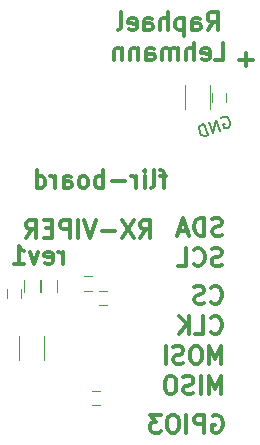
<source format=gbo>
G04 #@! TF.FileFunction,Legend,Bot*
%FSLAX46Y46*%
G04 Gerber Fmt 4.6, Leading zero omitted, Abs format (unit mm)*
G04 Created by KiCad (PCBNEW 4.0.6) date Thu Nov 16 07:28:37 2017*
%MOMM*%
%LPD*%
G01*
G04 APERTURE LIST*
%ADD10C,0.100000*%
%ADD11C,0.200000*%
%ADD12C,0.300000*%
%ADD13C,0.120000*%
G04 APERTURE END LIST*
D10*
D11*
X166744945Y-90369567D02*
X166818153Y-90292247D01*
X166952395Y-90243387D01*
X167102924Y-90239274D01*
X167224992Y-90296195D01*
X167302313Y-90369402D01*
X167412206Y-90532105D01*
X167461067Y-90666347D01*
X167481466Y-90861623D01*
X167469292Y-90967404D01*
X167412371Y-91089472D01*
X167294415Y-91183079D01*
X167204921Y-91215653D01*
X167054392Y-91219765D01*
X166993358Y-91191305D01*
X166879352Y-90878074D01*
X167058341Y-90812928D01*
X166623207Y-91427379D02*
X166281187Y-90487687D01*
X166086239Y-91622819D01*
X165744219Y-90683127D01*
X165638767Y-91785686D02*
X165296747Y-90845993D01*
X165073011Y-90927427D01*
X164955055Y-91021034D01*
X164898134Y-91143102D01*
X164885960Y-91248883D01*
X164906359Y-91444159D01*
X164955219Y-91578401D01*
X165065113Y-91741103D01*
X165142434Y-91814311D01*
X165264502Y-91871232D01*
X165415031Y-91867119D01*
X165638767Y-91785686D01*
D12*
X169400000Y-85407143D02*
X168257143Y-85407143D01*
X168828572Y-85978571D02*
X168828572Y-84835714D01*
X165585714Y-82903571D02*
X166085714Y-82189286D01*
X166442857Y-82903571D02*
X166442857Y-81403571D01*
X165871429Y-81403571D01*
X165728571Y-81475000D01*
X165657143Y-81546429D01*
X165585714Y-81689286D01*
X165585714Y-81903571D01*
X165657143Y-82046429D01*
X165728571Y-82117857D01*
X165871429Y-82189286D01*
X166442857Y-82189286D01*
X164300000Y-82903571D02*
X164300000Y-82117857D01*
X164371429Y-81975000D01*
X164514286Y-81903571D01*
X164800000Y-81903571D01*
X164942857Y-81975000D01*
X164300000Y-82832143D02*
X164442857Y-82903571D01*
X164800000Y-82903571D01*
X164942857Y-82832143D01*
X165014286Y-82689286D01*
X165014286Y-82546429D01*
X164942857Y-82403571D01*
X164800000Y-82332143D01*
X164442857Y-82332143D01*
X164300000Y-82260714D01*
X163585714Y-81903571D02*
X163585714Y-83403571D01*
X163585714Y-81975000D02*
X163442857Y-81903571D01*
X163157143Y-81903571D01*
X163014286Y-81975000D01*
X162942857Y-82046429D01*
X162871428Y-82189286D01*
X162871428Y-82617857D01*
X162942857Y-82760714D01*
X163014286Y-82832143D01*
X163157143Y-82903571D01*
X163442857Y-82903571D01*
X163585714Y-82832143D01*
X162228571Y-82903571D02*
X162228571Y-81403571D01*
X161585714Y-82903571D02*
X161585714Y-82117857D01*
X161657143Y-81975000D01*
X161800000Y-81903571D01*
X162014285Y-81903571D01*
X162157143Y-81975000D01*
X162228571Y-82046429D01*
X160228571Y-82903571D02*
X160228571Y-82117857D01*
X160300000Y-81975000D01*
X160442857Y-81903571D01*
X160728571Y-81903571D01*
X160871428Y-81975000D01*
X160228571Y-82832143D02*
X160371428Y-82903571D01*
X160728571Y-82903571D01*
X160871428Y-82832143D01*
X160942857Y-82689286D01*
X160942857Y-82546429D01*
X160871428Y-82403571D01*
X160728571Y-82332143D01*
X160371428Y-82332143D01*
X160228571Y-82260714D01*
X158942857Y-82832143D02*
X159085714Y-82903571D01*
X159371428Y-82903571D01*
X159514285Y-82832143D01*
X159585714Y-82689286D01*
X159585714Y-82117857D01*
X159514285Y-81975000D01*
X159371428Y-81903571D01*
X159085714Y-81903571D01*
X158942857Y-81975000D01*
X158871428Y-82117857D01*
X158871428Y-82260714D01*
X159585714Y-82403571D01*
X158014285Y-82903571D02*
X158157143Y-82832143D01*
X158228571Y-82689286D01*
X158228571Y-81403571D01*
X166192857Y-85453571D02*
X166907143Y-85453571D01*
X166907143Y-83953571D01*
X165121429Y-85382143D02*
X165264286Y-85453571D01*
X165550000Y-85453571D01*
X165692857Y-85382143D01*
X165764286Y-85239286D01*
X165764286Y-84667857D01*
X165692857Y-84525000D01*
X165550000Y-84453571D01*
X165264286Y-84453571D01*
X165121429Y-84525000D01*
X165050000Y-84667857D01*
X165050000Y-84810714D01*
X165764286Y-84953571D01*
X164407143Y-85453571D02*
X164407143Y-83953571D01*
X163764286Y-85453571D02*
X163764286Y-84667857D01*
X163835715Y-84525000D01*
X163978572Y-84453571D01*
X164192857Y-84453571D01*
X164335715Y-84525000D01*
X164407143Y-84596429D01*
X163050000Y-85453571D02*
X163050000Y-84453571D01*
X163050000Y-84596429D02*
X162978572Y-84525000D01*
X162835714Y-84453571D01*
X162621429Y-84453571D01*
X162478572Y-84525000D01*
X162407143Y-84667857D01*
X162407143Y-85453571D01*
X162407143Y-84667857D02*
X162335714Y-84525000D01*
X162192857Y-84453571D01*
X161978572Y-84453571D01*
X161835714Y-84525000D01*
X161764286Y-84667857D01*
X161764286Y-85453571D01*
X160407143Y-85453571D02*
X160407143Y-84667857D01*
X160478572Y-84525000D01*
X160621429Y-84453571D01*
X160907143Y-84453571D01*
X161050000Y-84525000D01*
X160407143Y-85382143D02*
X160550000Y-85453571D01*
X160907143Y-85453571D01*
X161050000Y-85382143D01*
X161121429Y-85239286D01*
X161121429Y-85096429D01*
X161050000Y-84953571D01*
X160907143Y-84882143D01*
X160550000Y-84882143D01*
X160407143Y-84810714D01*
X159692857Y-84453571D02*
X159692857Y-85453571D01*
X159692857Y-84596429D02*
X159621429Y-84525000D01*
X159478571Y-84453571D01*
X159264286Y-84453571D01*
X159121429Y-84525000D01*
X159050000Y-84667857D01*
X159050000Y-85453571D01*
X158335714Y-84453571D02*
X158335714Y-85453571D01*
X158335714Y-84596429D02*
X158264286Y-84525000D01*
X158121428Y-84453571D01*
X157907143Y-84453571D01*
X157764286Y-84525000D01*
X157692857Y-84667857D01*
X157692857Y-85453571D01*
X153335713Y-102678571D02*
X153335713Y-101678571D01*
X153335713Y-101964286D02*
X153264285Y-101821429D01*
X153192856Y-101750000D01*
X153049999Y-101678571D01*
X152907142Y-101678571D01*
X151835714Y-102607143D02*
X151978571Y-102678571D01*
X152264285Y-102678571D01*
X152407142Y-102607143D01*
X152478571Y-102464286D01*
X152478571Y-101892857D01*
X152407142Y-101750000D01*
X152264285Y-101678571D01*
X151978571Y-101678571D01*
X151835714Y-101750000D01*
X151764285Y-101892857D01*
X151764285Y-102035714D01*
X152478571Y-102178571D01*
X151264285Y-101678571D02*
X150907142Y-102678571D01*
X150550000Y-101678571D01*
X149192857Y-102678571D02*
X150050000Y-102678571D01*
X149621428Y-102678571D02*
X149621428Y-101178571D01*
X149764285Y-101392857D01*
X149907143Y-101535714D01*
X150050000Y-101607143D01*
X159857142Y-100478571D02*
X160357142Y-99764286D01*
X160714285Y-100478571D02*
X160714285Y-98978571D01*
X160142857Y-98978571D01*
X159999999Y-99050000D01*
X159928571Y-99121429D01*
X159857142Y-99264286D01*
X159857142Y-99478571D01*
X159928571Y-99621429D01*
X159999999Y-99692857D01*
X160142857Y-99764286D01*
X160714285Y-99764286D01*
X159357142Y-98978571D02*
X158357142Y-100478571D01*
X158357142Y-98978571D02*
X159357142Y-100478571D01*
X157785714Y-99907143D02*
X156642857Y-99907143D01*
X156142857Y-98978571D02*
X155642857Y-100478571D01*
X155142857Y-98978571D01*
X154642857Y-100478571D02*
X154642857Y-98978571D01*
X153928571Y-100478571D02*
X153928571Y-98978571D01*
X153357143Y-98978571D01*
X153214285Y-99050000D01*
X153142857Y-99121429D01*
X153071428Y-99264286D01*
X153071428Y-99478571D01*
X153142857Y-99621429D01*
X153214285Y-99692857D01*
X153357143Y-99764286D01*
X153928571Y-99764286D01*
X152428571Y-99692857D02*
X151928571Y-99692857D01*
X151714285Y-100478571D02*
X152428571Y-100478571D01*
X152428571Y-98978571D01*
X151714285Y-98978571D01*
X150214285Y-100478571D02*
X150714285Y-99764286D01*
X151071428Y-100478571D02*
X151071428Y-98978571D01*
X150500000Y-98978571D01*
X150357142Y-99050000D01*
X150285714Y-99121429D01*
X150214285Y-99264286D01*
X150214285Y-99478571D01*
X150285714Y-99621429D01*
X150357142Y-99692857D01*
X150500000Y-99764286D01*
X151071428Y-99764286D01*
X162107143Y-95278571D02*
X161535714Y-95278571D01*
X161892857Y-96278571D02*
X161892857Y-94992857D01*
X161821429Y-94850000D01*
X161678571Y-94778571D01*
X161535714Y-94778571D01*
X160821428Y-96278571D02*
X160964286Y-96207143D01*
X161035714Y-96064286D01*
X161035714Y-94778571D01*
X160250000Y-96278571D02*
X160250000Y-95278571D01*
X160250000Y-94778571D02*
X160321429Y-94850000D01*
X160250000Y-94921429D01*
X160178572Y-94850000D01*
X160250000Y-94778571D01*
X160250000Y-94921429D01*
X159535714Y-96278571D02*
X159535714Y-95278571D01*
X159535714Y-95564286D02*
X159464286Y-95421429D01*
X159392857Y-95350000D01*
X159250000Y-95278571D01*
X159107143Y-95278571D01*
X158607143Y-95707143D02*
X157464286Y-95707143D01*
X156750000Y-96278571D02*
X156750000Y-94778571D01*
X156750000Y-95350000D02*
X156607143Y-95278571D01*
X156321429Y-95278571D01*
X156178572Y-95350000D01*
X156107143Y-95421429D01*
X156035714Y-95564286D01*
X156035714Y-95992857D01*
X156107143Y-96135714D01*
X156178572Y-96207143D01*
X156321429Y-96278571D01*
X156607143Y-96278571D01*
X156750000Y-96207143D01*
X155178571Y-96278571D02*
X155321429Y-96207143D01*
X155392857Y-96135714D01*
X155464286Y-95992857D01*
X155464286Y-95564286D01*
X155392857Y-95421429D01*
X155321429Y-95350000D01*
X155178571Y-95278571D01*
X154964286Y-95278571D01*
X154821429Y-95350000D01*
X154750000Y-95421429D01*
X154678571Y-95564286D01*
X154678571Y-95992857D01*
X154750000Y-96135714D01*
X154821429Y-96207143D01*
X154964286Y-96278571D01*
X155178571Y-96278571D01*
X153392857Y-96278571D02*
X153392857Y-95492857D01*
X153464286Y-95350000D01*
X153607143Y-95278571D01*
X153892857Y-95278571D01*
X154035714Y-95350000D01*
X153392857Y-96207143D02*
X153535714Y-96278571D01*
X153892857Y-96278571D01*
X154035714Y-96207143D01*
X154107143Y-96064286D01*
X154107143Y-95921429D01*
X154035714Y-95778571D01*
X153892857Y-95707143D01*
X153535714Y-95707143D01*
X153392857Y-95635714D01*
X152678571Y-96278571D02*
X152678571Y-95278571D01*
X152678571Y-95564286D02*
X152607143Y-95421429D01*
X152535714Y-95350000D01*
X152392857Y-95278571D01*
X152250000Y-95278571D01*
X151107143Y-96278571D02*
X151107143Y-94778571D01*
X151107143Y-96207143D02*
X151250000Y-96278571D01*
X151535714Y-96278571D01*
X151678572Y-96207143D01*
X151750000Y-96135714D01*
X151821429Y-95992857D01*
X151821429Y-95564286D01*
X151750000Y-95421429D01*
X151678572Y-95350000D01*
X151535714Y-95278571D01*
X151250000Y-95278571D01*
X151107143Y-95350000D01*
X166014286Y-115550000D02*
X166157143Y-115478571D01*
X166371429Y-115478571D01*
X166585714Y-115550000D01*
X166728572Y-115692857D01*
X166800000Y-115835714D01*
X166871429Y-116121429D01*
X166871429Y-116335714D01*
X166800000Y-116621429D01*
X166728572Y-116764286D01*
X166585714Y-116907143D01*
X166371429Y-116978571D01*
X166228572Y-116978571D01*
X166014286Y-116907143D01*
X165942857Y-116835714D01*
X165942857Y-116335714D01*
X166228572Y-116335714D01*
X165300000Y-116978571D02*
X165300000Y-115478571D01*
X164728572Y-115478571D01*
X164585714Y-115550000D01*
X164514286Y-115621429D01*
X164442857Y-115764286D01*
X164442857Y-115978571D01*
X164514286Y-116121429D01*
X164585714Y-116192857D01*
X164728572Y-116264286D01*
X165300000Y-116264286D01*
X163800000Y-116978571D02*
X163800000Y-115478571D01*
X162800000Y-115478571D02*
X162514286Y-115478571D01*
X162371428Y-115550000D01*
X162228571Y-115692857D01*
X162157143Y-115978571D01*
X162157143Y-116478571D01*
X162228571Y-116764286D01*
X162371428Y-116907143D01*
X162514286Y-116978571D01*
X162800000Y-116978571D01*
X162942857Y-116907143D01*
X163085714Y-116764286D01*
X163157143Y-116478571D01*
X163157143Y-115978571D01*
X163085714Y-115692857D01*
X162942857Y-115550000D01*
X162800000Y-115478571D01*
X161657142Y-115478571D02*
X160728571Y-115478571D01*
X161228571Y-116050000D01*
X161014285Y-116050000D01*
X160871428Y-116121429D01*
X160799999Y-116192857D01*
X160728571Y-116335714D01*
X160728571Y-116692857D01*
X160799999Y-116835714D01*
X160871428Y-116907143D01*
X161014285Y-116978571D01*
X161442857Y-116978571D01*
X161585714Y-116907143D01*
X161657142Y-116835714D01*
X165885714Y-105910714D02*
X165957143Y-105982143D01*
X166171429Y-106053571D01*
X166314286Y-106053571D01*
X166528571Y-105982143D01*
X166671429Y-105839286D01*
X166742857Y-105696429D01*
X166814286Y-105410714D01*
X166814286Y-105196429D01*
X166742857Y-104910714D01*
X166671429Y-104767857D01*
X166528571Y-104625000D01*
X166314286Y-104553571D01*
X166171429Y-104553571D01*
X165957143Y-104625000D01*
X165885714Y-104696429D01*
X165314286Y-105982143D02*
X165100000Y-106053571D01*
X164742857Y-106053571D01*
X164600000Y-105982143D01*
X164528571Y-105910714D01*
X164457143Y-105767857D01*
X164457143Y-105625000D01*
X164528571Y-105482143D01*
X164600000Y-105410714D01*
X164742857Y-105339286D01*
X165028571Y-105267857D01*
X165171429Y-105196429D01*
X165242857Y-105125000D01*
X165314286Y-104982143D01*
X165314286Y-104839286D01*
X165242857Y-104696429D01*
X165171429Y-104625000D01*
X165028571Y-104553571D01*
X164671429Y-104553571D01*
X164457143Y-104625000D01*
X165885714Y-108460714D02*
X165957143Y-108532143D01*
X166171429Y-108603571D01*
X166314286Y-108603571D01*
X166528571Y-108532143D01*
X166671429Y-108389286D01*
X166742857Y-108246429D01*
X166814286Y-107960714D01*
X166814286Y-107746429D01*
X166742857Y-107460714D01*
X166671429Y-107317857D01*
X166528571Y-107175000D01*
X166314286Y-107103571D01*
X166171429Y-107103571D01*
X165957143Y-107175000D01*
X165885714Y-107246429D01*
X164528571Y-108603571D02*
X165242857Y-108603571D01*
X165242857Y-107103571D01*
X164028571Y-108603571D02*
X164028571Y-107103571D01*
X163171428Y-108603571D02*
X163814285Y-107746429D01*
X163171428Y-107103571D02*
X164028571Y-107960714D01*
X166742857Y-111153571D02*
X166742857Y-109653571D01*
X166242857Y-110725000D01*
X165742857Y-109653571D01*
X165742857Y-111153571D01*
X164742857Y-109653571D02*
X164457143Y-109653571D01*
X164314285Y-109725000D01*
X164171428Y-109867857D01*
X164100000Y-110153571D01*
X164100000Y-110653571D01*
X164171428Y-110939286D01*
X164314285Y-111082143D01*
X164457143Y-111153571D01*
X164742857Y-111153571D01*
X164885714Y-111082143D01*
X165028571Y-110939286D01*
X165100000Y-110653571D01*
X165100000Y-110153571D01*
X165028571Y-109867857D01*
X164885714Y-109725000D01*
X164742857Y-109653571D01*
X163528571Y-111082143D02*
X163314285Y-111153571D01*
X162957142Y-111153571D01*
X162814285Y-111082143D01*
X162742856Y-111010714D01*
X162671428Y-110867857D01*
X162671428Y-110725000D01*
X162742856Y-110582143D01*
X162814285Y-110510714D01*
X162957142Y-110439286D01*
X163242856Y-110367857D01*
X163385714Y-110296429D01*
X163457142Y-110225000D01*
X163528571Y-110082143D01*
X163528571Y-109939286D01*
X163457142Y-109796429D01*
X163385714Y-109725000D01*
X163242856Y-109653571D01*
X162885714Y-109653571D01*
X162671428Y-109725000D01*
X162028571Y-111153571D02*
X162028571Y-109653571D01*
X166742857Y-113703571D02*
X166742857Y-112203571D01*
X166242857Y-113275000D01*
X165742857Y-112203571D01*
X165742857Y-113703571D01*
X165028571Y-113703571D02*
X165028571Y-112203571D01*
X164385714Y-113632143D02*
X164171428Y-113703571D01*
X163814285Y-113703571D01*
X163671428Y-113632143D01*
X163599999Y-113560714D01*
X163528571Y-113417857D01*
X163528571Y-113275000D01*
X163599999Y-113132143D01*
X163671428Y-113060714D01*
X163814285Y-112989286D01*
X164099999Y-112917857D01*
X164242857Y-112846429D01*
X164314285Y-112775000D01*
X164385714Y-112632143D01*
X164385714Y-112489286D01*
X164314285Y-112346429D01*
X164242857Y-112275000D01*
X164099999Y-112203571D01*
X163742857Y-112203571D01*
X163528571Y-112275000D01*
X162600000Y-112203571D02*
X162314286Y-112203571D01*
X162171428Y-112275000D01*
X162028571Y-112417857D01*
X161957143Y-112703571D01*
X161957143Y-113203571D01*
X162028571Y-113489286D01*
X162171428Y-113632143D01*
X162314286Y-113703571D01*
X162600000Y-113703571D01*
X162742857Y-113632143D01*
X162885714Y-113489286D01*
X162957143Y-113203571D01*
X162957143Y-112703571D01*
X162885714Y-112417857D01*
X162742857Y-112275000D01*
X162600000Y-112203571D01*
X166821428Y-100232143D02*
X166607142Y-100303571D01*
X166249999Y-100303571D01*
X166107142Y-100232143D01*
X166035713Y-100160714D01*
X165964285Y-100017857D01*
X165964285Y-99875000D01*
X166035713Y-99732143D01*
X166107142Y-99660714D01*
X166249999Y-99589286D01*
X166535713Y-99517857D01*
X166678571Y-99446429D01*
X166749999Y-99375000D01*
X166821428Y-99232143D01*
X166821428Y-99089286D01*
X166749999Y-98946429D01*
X166678571Y-98875000D01*
X166535713Y-98803571D01*
X166178571Y-98803571D01*
X165964285Y-98875000D01*
X165321428Y-100303571D02*
X165321428Y-98803571D01*
X164964285Y-98803571D01*
X164750000Y-98875000D01*
X164607142Y-99017857D01*
X164535714Y-99160714D01*
X164464285Y-99446429D01*
X164464285Y-99660714D01*
X164535714Y-99946429D01*
X164607142Y-100089286D01*
X164750000Y-100232143D01*
X164964285Y-100303571D01*
X165321428Y-100303571D01*
X163892857Y-99875000D02*
X163178571Y-99875000D01*
X164035714Y-100303571D02*
X163535714Y-98803571D01*
X163035714Y-100303571D01*
X166785714Y-102782143D02*
X166571428Y-102853571D01*
X166214285Y-102853571D01*
X166071428Y-102782143D01*
X165999999Y-102710714D01*
X165928571Y-102567857D01*
X165928571Y-102425000D01*
X165999999Y-102282143D01*
X166071428Y-102210714D01*
X166214285Y-102139286D01*
X166499999Y-102067857D01*
X166642857Y-101996429D01*
X166714285Y-101925000D01*
X166785714Y-101782143D01*
X166785714Y-101639286D01*
X166714285Y-101496429D01*
X166642857Y-101425000D01*
X166499999Y-101353571D01*
X166142857Y-101353571D01*
X165928571Y-101425000D01*
X164428571Y-102710714D02*
X164500000Y-102782143D01*
X164714286Y-102853571D01*
X164857143Y-102853571D01*
X165071428Y-102782143D01*
X165214286Y-102639286D01*
X165285714Y-102496429D01*
X165357143Y-102210714D01*
X165357143Y-101996429D01*
X165285714Y-101710714D01*
X165214286Y-101567857D01*
X165071428Y-101425000D01*
X164857143Y-101353571D01*
X164714286Y-101353571D01*
X164500000Y-101425000D01*
X164428571Y-101496429D01*
X163071428Y-102853571D02*
X163785714Y-102853571D01*
X163785714Y-101353571D01*
D13*
X165950000Y-88250000D02*
X165950000Y-88950000D01*
X167150000Y-88950000D02*
X167150000Y-88250000D01*
X148600000Y-104850000D02*
X148600000Y-105550000D01*
X149800000Y-105550000D02*
X149800000Y-104850000D01*
X155800000Y-114650000D02*
X156500000Y-114650000D01*
X156500000Y-113450000D02*
X155800000Y-113450000D01*
X157100000Y-105000000D02*
X156400000Y-105000000D01*
X156400000Y-106200000D02*
X157100000Y-106200000D01*
X155100000Y-104950000D02*
X155800000Y-104950000D01*
X155800000Y-103750000D02*
X155100000Y-103750000D01*
X165820000Y-89550000D02*
X165820000Y-87550000D01*
X163680000Y-87550000D02*
X163680000Y-89550000D01*
X149630000Y-108800000D02*
X149630000Y-110800000D01*
X151770000Y-110800000D02*
X151770000Y-108800000D01*
X151380000Y-105050000D02*
X151380000Y-104050000D01*
X150020000Y-104050000D02*
X150020000Y-105050000D01*
X152830000Y-105050000D02*
X152830000Y-104050000D01*
X151470000Y-104050000D02*
X151470000Y-105050000D01*
M02*

</source>
